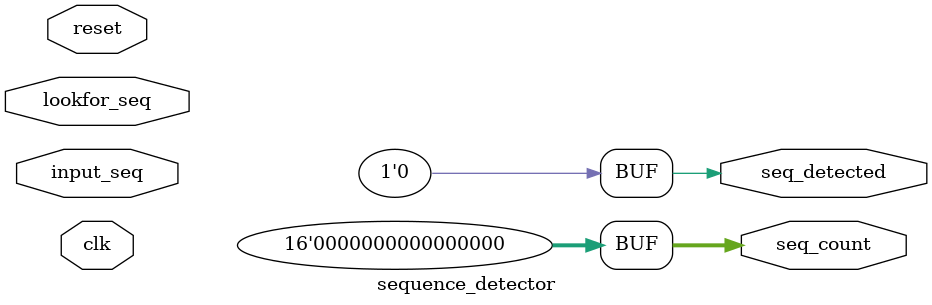
<source format=v>
module sequence_detector(input_seq, clk, reset, lookfor_seq, seq_detected, seq_count);
input input_seq, clk, reset;
input [1:0] lookfor_seq;
output reg seq_detected;
output reg [15:0] seq_count;
parameter [2:0] s0=3'b000, s1=3'b001, s2=3'b010, s3=3'b011, s4=3'b100, s5=3'b101;
reg [2:0] current;
always @(lookfor_seq,reset)begin
seq_count=16'h0000; seq_detected=0;
end
always @(negedge clk)begin
if (reset) current = s0;
else
begin
if (lookfor_seq == 2'b00)
begin
case (current)
s0: if (input_seq) current <= s1;else current <= s0;
s1: if (input_seq) current <= s1;else current <= s2;
s2: if (input_seq) current <= s3;else current <= s0;
s3: if (input_seq) current <= s4;else current <= s2;
s4: if (input_seq) current <= s5;else current <= s2;
s5: if (input_seq) current <= s1;else current <= s2;
endcase
end
if(lookfor_seq == 2'b01)
begin
case (current)
s0: if (input_seq) current <= s0;else current <= s1;
s1: if (input_seq) current <= s2;else current <= s1;
s2: if (input_seq) current <= s0;else current <= s3;
s3: if (input_seq) current <= s4;else current <= s1;
s4: if (input_seq) current <= s0;else current <= s5;
s5: if (input_seq) current <= s4;else current <= s1;
endcase
end
if(lookfor_seq == 2'b10)
begin
case (current)
s0: if (input_seq) current <= s1;else current <= s0;
s1: if (input_seq) current <= s1;else current <= s2;
s2: if (input_seq) current <= s3;else current <= s0;
s3: if (input_seq) current <= s1;else current <= s4;
s4: if (input_seq) current <= s5;else current <= s0;
s5: if (input_seq) current <= s1;else current <= s4;
endcase
end
if(lookfor_seq == 2'b11)
begin
case (current)
s0: if (input_seq) current <= s1;else current <= s0;
s1: if (input_seq) current <= s1;else current <= s2;
s2: if (input_seq) current <= s3;else current <= s0;
s3: if (input_seq) current <= s1;else current <= s4;
s4: if (input_seq) current <= s3;else current <= s5;
s5: if (input_seq) current <= s1;else current <= s0;
endcase
end
end
if(current == s5)begin
seq_detected = 1;
seq_count=seq_count+1;
end
else begin
seq_detected=0;
end
end
endmodule











</source>
